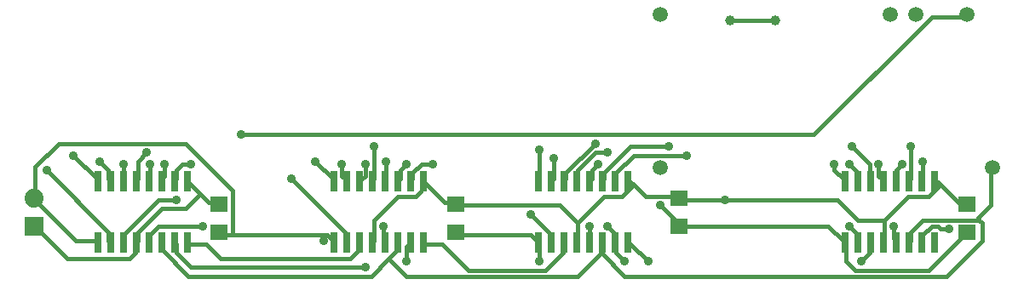
<source format=gbl>
G75*
%MOIN*%
%OFA0B0*%
%FSLAX25Y25*%
%IPPOS*%
%LPD*%
%AMOC8*
5,1,8,0,0,1.08239X$1,22.5*
%
%ADD10R,0.07087X0.06299*%
%ADD11R,0.02600X0.08000*%
%ADD12R,0.07400X0.07400*%
%ADD13C,0.07400*%
%ADD14C,0.05906*%
%ADD15C,0.01600*%
%ADD16C,0.03600*%
%ADD17C,0.03962*%
D10*
X0085750Y0021288D03*
X0085750Y0032312D03*
X0178250Y0032312D03*
X0178250Y0021288D03*
X0265750Y0023788D03*
X0265750Y0034812D03*
X0378250Y0032312D03*
X0378250Y0021288D03*
D11*
X0365750Y0017200D03*
X0360750Y0017200D03*
X0355750Y0017200D03*
X0350750Y0017200D03*
X0345750Y0017200D03*
X0340750Y0017200D03*
X0335750Y0017200D03*
X0330750Y0017200D03*
X0330750Y0041400D03*
X0335750Y0041400D03*
X0340750Y0041400D03*
X0345750Y0041400D03*
X0350750Y0041400D03*
X0355750Y0041400D03*
X0360750Y0041400D03*
X0365750Y0041400D03*
X0245750Y0041400D03*
X0240750Y0041400D03*
X0235750Y0041400D03*
X0230750Y0041400D03*
X0225750Y0041400D03*
X0220750Y0041400D03*
X0215750Y0041400D03*
X0210750Y0041400D03*
X0165750Y0041400D03*
X0160750Y0041400D03*
X0155750Y0041400D03*
X0150750Y0041400D03*
X0145750Y0041400D03*
X0140750Y0041400D03*
X0135750Y0041400D03*
X0130750Y0041400D03*
X0073250Y0041400D03*
X0068250Y0041400D03*
X0063250Y0041400D03*
X0058250Y0041400D03*
X0053250Y0041400D03*
X0048250Y0041400D03*
X0043250Y0041400D03*
X0038250Y0041400D03*
X0038250Y0017200D03*
X0043250Y0017200D03*
X0048250Y0017200D03*
X0053250Y0017200D03*
X0058250Y0017200D03*
X0063250Y0017200D03*
X0068250Y0017200D03*
X0073250Y0017200D03*
X0130750Y0017200D03*
X0135750Y0017200D03*
X0140750Y0017200D03*
X0145750Y0017200D03*
X0150750Y0017200D03*
X0155750Y0017200D03*
X0160750Y0017200D03*
X0165750Y0017200D03*
X0210750Y0017200D03*
X0215750Y0017200D03*
X0220750Y0017200D03*
X0225750Y0017200D03*
X0230750Y0017200D03*
X0235750Y0017200D03*
X0240750Y0017200D03*
X0245750Y0017200D03*
D12*
X0013250Y0023800D03*
D13*
X0013250Y0034800D03*
D14*
X0258250Y0046800D03*
X0388250Y0046800D03*
X0378250Y0106800D03*
X0358250Y0106800D03*
X0348250Y0106800D03*
X0258250Y0106800D03*
D15*
X0026337Y0011035D02*
X0013639Y0023732D01*
X0013250Y0023800D01*
X0013639Y0034121D02*
X0029800Y0017961D01*
X0037880Y0017961D01*
X0038250Y0017200D01*
X0042497Y0017961D02*
X0043250Y0017200D01*
X0042497Y0017961D02*
X0042497Y0021424D01*
X0018256Y0045665D01*
X0013639Y0046819D02*
X0013639Y0035276D01*
X0013250Y0034800D01*
X0013639Y0034121D01*
X0037880Y0042202D02*
X0038250Y0041400D01*
X0037880Y0042202D02*
X0028645Y0051436D01*
X0039034Y0049128D02*
X0042497Y0045665D01*
X0042497Y0042202D01*
X0043250Y0041400D01*
X0048250Y0041400D02*
X0048269Y0042202D01*
X0048269Y0047973D01*
X0054041Y0049128D02*
X0054041Y0042202D01*
X0053250Y0041400D01*
X0058250Y0041400D02*
X0058658Y0042202D01*
X0058658Y0047973D01*
X0054041Y0049128D02*
X0057504Y0052591D01*
X0064430Y0047973D02*
X0064430Y0043356D01*
X0063275Y0042202D01*
X0063250Y0041400D01*
X0068250Y0041400D02*
X0069047Y0042202D01*
X0069047Y0045665D01*
X0071356Y0047973D01*
X0074819Y0047973D01*
X0073250Y0041400D02*
X0073664Y0041047D01*
X0078281Y0036430D01*
X0072510Y0030658D01*
X0063275Y0030658D01*
X0054041Y0021424D01*
X0054041Y0017961D01*
X0053250Y0017200D01*
X0052886Y0016806D01*
X0052886Y0013343D01*
X0050578Y0011035D01*
X0026337Y0011035D01*
X0048250Y0017200D02*
X0048269Y0017961D01*
X0048269Y0020269D01*
X0062121Y0034121D01*
X0069047Y0034121D01*
X0078281Y0036430D02*
X0081744Y0032967D01*
X0085207Y0032967D01*
X0085750Y0032312D01*
X0090979Y0037584D02*
X0072510Y0056054D01*
X0022874Y0056054D01*
X0013639Y0046819D01*
X0058658Y0020269D02*
X0062121Y0023732D01*
X0079436Y0023732D01*
X0085750Y0021288D02*
X0086362Y0020269D01*
X0090979Y0020269D01*
X0090979Y0037584D01*
X0114066Y0042202D02*
X0134844Y0021424D01*
X0134844Y0017961D01*
X0135750Y0017200D01*
X0130750Y0017200D02*
X0130226Y0017961D01*
X0127918Y0020269D01*
X0126763Y0020269D01*
X0126763Y0017961D01*
X0126763Y0020269D02*
X0090979Y0020269D01*
X0086362Y0011035D02*
X0080590Y0016806D01*
X0073664Y0016806D01*
X0073250Y0017200D01*
X0069047Y0016806D02*
X0068250Y0017200D01*
X0069047Y0016806D02*
X0069047Y0013343D01*
X0074819Y0007572D01*
X0142924Y0007572D01*
X0145233Y0004109D02*
X0152159Y0011035D01*
X0159085Y0004109D01*
X0226036Y0004109D01*
X0235270Y0013343D01*
X0235750Y0017200D01*
X0235270Y0016806D01*
X0235270Y0013343D01*
X0244505Y0004109D01*
X0370327Y0004109D01*
X0384179Y0017961D01*
X0384179Y0024887D01*
X0383025Y0026041D01*
X0383025Y0027195D01*
X0387642Y0031813D01*
X0387642Y0045665D01*
X0388250Y0046800D01*
X0374944Y0032967D02*
X0368019Y0039893D01*
X0363401Y0035276D01*
X0355321Y0035276D01*
X0346086Y0026041D01*
X0335697Y0026041D01*
X0327617Y0034121D01*
X0283752Y0034121D01*
X0266437Y0034121D01*
X0265750Y0034812D01*
X0265283Y0035276D01*
X0252585Y0035276D01*
X0247968Y0039893D01*
X0243351Y0035276D01*
X0236425Y0035276D01*
X0226036Y0024887D01*
X0219110Y0031813D01*
X0178708Y0031813D01*
X0178250Y0032312D01*
X0177554Y0032967D01*
X0174091Y0032967D01*
X0167165Y0039893D01*
X0162548Y0035276D01*
X0155622Y0035276D01*
X0146387Y0026041D01*
X0146387Y0017961D01*
X0145750Y0017200D01*
X0149850Y0017961D02*
X0150750Y0017200D01*
X0149850Y0017961D02*
X0149850Y0023732D01*
X0155750Y0017200D02*
X0155622Y0016806D01*
X0155622Y0014498D01*
X0152159Y0011035D01*
X0159085Y0009880D02*
X0159085Y0015652D01*
X0160239Y0016806D01*
X0160750Y0017200D01*
X0165750Y0017200D02*
X0166011Y0016806D01*
X0172937Y0016806D01*
X0183326Y0006417D01*
X0213338Y0006417D01*
X0220264Y0013343D01*
X0220264Y0016806D01*
X0220750Y0017200D01*
X0225750Y0017200D02*
X0226036Y0017961D01*
X0226036Y0024887D01*
X0230653Y0023732D02*
X0230653Y0017961D01*
X0230750Y0017200D01*
X0239888Y0017961D02*
X0240750Y0017200D01*
X0241042Y0016806D01*
X0241042Y0013343D01*
X0244505Y0009880D01*
X0246814Y0016806D02*
X0253740Y0009880D01*
X0246814Y0016806D02*
X0245750Y0017200D01*
X0239888Y0017961D02*
X0239888Y0021424D01*
X0237579Y0023732D01*
X0215647Y0020269D02*
X0215647Y0017961D01*
X0215750Y0017200D01*
X0211030Y0016806D02*
X0210750Y0017200D01*
X0209875Y0017961D01*
X0207567Y0020269D01*
X0178708Y0020269D01*
X0178250Y0021288D01*
X0207567Y0028350D02*
X0215647Y0020269D01*
X0211030Y0016806D02*
X0211030Y0009880D01*
X0258357Y0031813D02*
X0265283Y0024887D01*
X0265750Y0023788D01*
X0266437Y0023732D01*
X0324154Y0023732D01*
X0329926Y0017961D01*
X0330750Y0017200D01*
X0331080Y0016806D01*
X0331080Y0009880D01*
X0334543Y0006417D01*
X0363401Y0006417D01*
X0377253Y0020269D01*
X0378250Y0021288D01*
X0371481Y0022578D02*
X0368019Y0022578D01*
X0366864Y0023732D01*
X0364556Y0023732D01*
X0361093Y0020269D01*
X0361093Y0017961D01*
X0360750Y0017200D01*
X0356475Y0017961D02*
X0355750Y0017200D01*
X0356475Y0017961D02*
X0356475Y0021424D01*
X0361093Y0026041D01*
X0381870Y0026041D01*
X0383025Y0027195D01*
X0378250Y0032312D02*
X0377253Y0032967D01*
X0374944Y0032967D01*
X0368019Y0039893D02*
X0366864Y0041047D01*
X0365750Y0041400D01*
X0361093Y0042202D02*
X0360750Y0041400D01*
X0361093Y0042202D02*
X0361093Y0049128D01*
X0353012Y0047973D02*
X0350704Y0045665D01*
X0350704Y0042202D01*
X0350750Y0041400D01*
X0345750Y0041400D02*
X0344932Y0042202D01*
X0343778Y0043356D01*
X0343778Y0047973D01*
X0340315Y0047973D02*
X0340315Y0042202D01*
X0340750Y0041400D01*
X0335750Y0041400D02*
X0335697Y0042202D01*
X0335697Y0044510D01*
X0332234Y0047973D01*
X0326463Y0047973D02*
X0326463Y0045665D01*
X0329926Y0042202D01*
X0330750Y0041400D01*
X0340315Y0047973D02*
X0333389Y0054899D01*
X0318382Y0059517D02*
X0094442Y0059517D01*
X0123300Y0049128D02*
X0130226Y0042202D01*
X0130750Y0041400D01*
X0133689Y0043356D02*
X0134844Y0042202D01*
X0135750Y0041400D01*
X0133689Y0043356D02*
X0133689Y0047973D01*
X0142924Y0047973D02*
X0142924Y0043356D01*
X0141770Y0042202D01*
X0140750Y0041400D01*
X0145750Y0041400D02*
X0146387Y0042202D01*
X0146387Y0054899D01*
X0151004Y0049128D02*
X0151004Y0042202D01*
X0150750Y0041400D01*
X0155750Y0041400D02*
X0156776Y0042202D01*
X0156776Y0045665D01*
X0159085Y0047973D01*
X0161393Y0044510D02*
X0164856Y0047973D01*
X0169474Y0047973D01*
X0161393Y0044510D02*
X0161393Y0042202D01*
X0160750Y0041400D01*
X0165750Y0041400D02*
X0166011Y0041047D01*
X0167165Y0039893D01*
X0210750Y0041400D02*
X0211030Y0042202D01*
X0211030Y0053745D01*
X0216801Y0050282D02*
X0216801Y0042202D01*
X0215750Y0041400D01*
X0220750Y0041400D02*
X0221419Y0042202D01*
X0221419Y0044510D01*
X0232962Y0056054D01*
X0232962Y0052591D02*
X0226036Y0045665D01*
X0226036Y0042202D01*
X0225750Y0041400D01*
X0230750Y0041400D02*
X0231807Y0042202D01*
X0231807Y0045665D01*
X0234116Y0047973D01*
X0236425Y0044510D02*
X0236425Y0042202D01*
X0235750Y0041400D01*
X0240750Y0041400D02*
X0241042Y0042202D01*
X0241042Y0044510D01*
X0247968Y0051436D01*
X0268746Y0051436D01*
X0261820Y0054899D02*
X0246814Y0054899D01*
X0236425Y0044510D01*
X0245750Y0041400D02*
X0246814Y0041047D01*
X0247968Y0039893D01*
X0237579Y0052591D02*
X0232962Y0052591D01*
X0318382Y0059517D02*
X0364556Y0105690D01*
X0377253Y0105690D01*
X0378250Y0106800D01*
X0303250Y0104300D02*
X0285750Y0104300D01*
X0356475Y0054899D02*
X0356475Y0042202D01*
X0355750Y0041400D01*
X0346086Y0026041D02*
X0346086Y0017961D01*
X0345750Y0017200D01*
X0349549Y0019115D02*
X0350704Y0017961D01*
X0350750Y0017200D01*
X0349549Y0019115D02*
X0349549Y0023732D01*
X0335697Y0020269D02*
X0335697Y0017961D01*
X0335750Y0017200D01*
X0340315Y0016806D02*
X0340750Y0017200D01*
X0340315Y0016806D02*
X0340315Y0013343D01*
X0336852Y0009880D01*
X0335697Y0020269D02*
X0332234Y0023732D01*
X0145233Y0004109D02*
X0073664Y0004109D01*
X0063275Y0014498D01*
X0063275Y0016806D01*
X0063250Y0017200D01*
X0058658Y0017961D02*
X0058250Y0017200D01*
X0058658Y0017961D02*
X0058658Y0020269D01*
X0086362Y0011035D02*
X0137152Y0011035D01*
X0140615Y0014498D01*
X0140615Y0016806D01*
X0140750Y0017200D01*
D16*
X0126763Y0017961D03*
X0149850Y0023732D03*
X0159085Y0009880D03*
X0142924Y0007572D03*
X0079436Y0023732D03*
X0069047Y0034121D03*
X0114066Y0042202D03*
X0133689Y0047973D03*
X0142924Y0047973D03*
X0151004Y0049128D03*
X0159085Y0047973D03*
X0169474Y0047973D03*
X0146387Y0054899D03*
X0123300Y0049128D03*
X0094442Y0059517D03*
X0057504Y0052591D03*
X0058658Y0047973D03*
X0064430Y0047973D03*
X0074819Y0047973D03*
X0048269Y0047973D03*
X0039034Y0049128D03*
X0028645Y0051436D03*
X0018256Y0045665D03*
X0207567Y0028350D03*
X0230653Y0023732D03*
X0237579Y0023732D03*
X0258357Y0031813D03*
X0283752Y0034121D03*
X0326463Y0047973D03*
X0332234Y0047973D03*
X0343778Y0047973D03*
X0353012Y0047973D03*
X0361093Y0049128D03*
X0356475Y0054899D03*
X0333389Y0054899D03*
X0268746Y0051436D03*
X0261820Y0054899D03*
X0237579Y0052591D03*
X0232962Y0056054D03*
X0216801Y0050282D03*
X0211030Y0053745D03*
X0234116Y0047973D03*
X0332234Y0023732D03*
X0349549Y0023732D03*
X0371481Y0022578D03*
X0336852Y0009880D03*
X0253740Y0009880D03*
X0244505Y0009880D03*
X0211030Y0009880D03*
D17*
X0285750Y0104300D03*
X0303250Y0104300D03*
M02*

</source>
